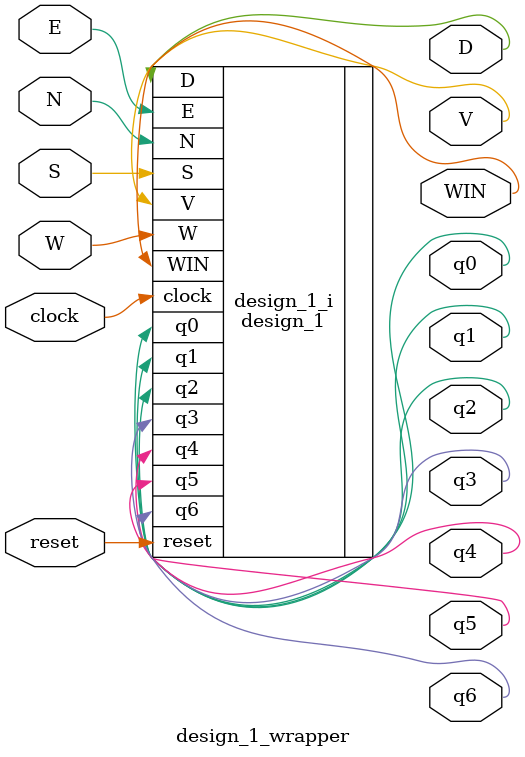
<source format=v>
`timescale 1 ps / 1 ps

module design_1_wrapper
   (D,
    E,
    N,
    S,
    V,
    W,
    WIN,
    clock,
    q0,
    q1,
    q2,
    q3,
    q4,
    q5,
    q6,
    reset);
  output D;
  input E;
  input N;
  input S;
  output V;
  input W;
  output WIN;
  input clock;
  output q0;
  output q1;
  output q2;
  output q3;
  output q4;
  output q5;
  output q6;
  input reset;

  wire D;
  wire E;
  wire N;
  wire S;
  wire V;
  wire W;
  wire WIN;
  wire clock;
  wire q0;
  wire q1;
  wire q2;
  wire q3;
  wire q4;
  wire q5;
  wire q6;
  wire reset;

  design_1 design_1_i
       (.D(D),
        .E(E),
        .N(N),
        .S(S),
        .V(V),
        .W(W),
        .WIN(WIN),
        .clock(clock),
        .q0(q0),
        .q1(q1),
        .q2(q2),
        .q3(q3),
        .q4(q4),
        .q5(q5),
        .q6(q6),
        .reset(reset));
endmodule

</source>
